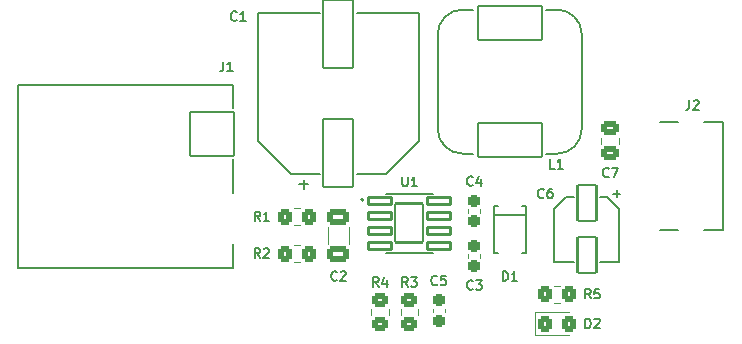
<source format=gbr>
%TF.GenerationSoftware,KiCad,Pcbnew,9.0.4*%
%TF.CreationDate,2025-09-28T14:02:47+03:00*%
%TF.ProjectId,Project_MP2494,50726f6a-6563-4745-9f4d-50323439342e,1.0*%
%TF.SameCoordinates,Original*%
%TF.FileFunction,Legend,Top*%
%TF.FilePolarity,Positive*%
%FSLAX46Y46*%
G04 Gerber Fmt 4.6, Leading zero omitted, Abs format (unit mm)*
G04 Created by KiCad (PCBNEW 9.0.4) date 2025-09-28 14:02:47*
%MOMM*%
%LPD*%
G01*
G04 APERTURE LIST*
G04 Aperture macros list*
%AMRoundRect*
0 Rectangle with rounded corners*
0 $1 Rounding radius*
0 $2 $3 $4 $5 $6 $7 $8 $9 X,Y pos of 4 corners*
0 Add a 4 corners polygon primitive as box body*
4,1,4,$2,$3,$4,$5,$6,$7,$8,$9,$2,$3,0*
0 Add four circle primitives for the rounded corners*
1,1,$1+$1,$2,$3*
1,1,$1+$1,$4,$5*
1,1,$1+$1,$6,$7*
1,1,$1+$1,$8,$9*
0 Add four rect primitives between the rounded corners*
20,1,$1+$1,$2,$3,$4,$5,0*
20,1,$1+$1,$4,$5,$6,$7,0*
20,1,$1+$1,$6,$7,$8,$9,0*
20,1,$1+$1,$8,$9,$2,$3,0*%
G04 Aperture macros list end*
%ADD10C,0.200000*%
%ADD11C,0.150000*%
%ADD12C,0.120000*%
%ADD13C,0.127000*%
%ADD14C,0.152400*%
%ADD15C,0.154000*%
%ADD16RoundRect,0.250000X-0.325000X-0.450000X0.325000X-0.450000X0.325000X0.450000X-0.325000X0.450000X0*%
%ADD17RoundRect,0.102000X0.800000X-1.500000X0.800000X1.500000X-0.800000X1.500000X-0.800000X-1.500000X0*%
%ADD18RoundRect,0.250000X-0.350000X-0.450000X0.350000X-0.450000X0.350000X0.450000X-0.350000X0.450000X0*%
%ADD19RoundRect,0.250000X0.475000X-0.337500X0.475000X0.337500X-0.475000X0.337500X-0.475000X-0.337500X0*%
%ADD20RoundRect,0.250000X0.350000X0.450000X-0.350000X0.450000X-0.350000X-0.450000X0.350000X-0.450000X0*%
%ADD21O,2.604000X1.404000*%
%ADD22RoundRect,0.102000X1.858000X-1.858000X1.858000X1.858000X-1.858000X1.858000X-1.858000X-1.858000X0*%
%ADD23C,3.920000*%
%ADD24RoundRect,0.237500X0.237500X-0.300000X0.237500X0.300000X-0.237500X0.300000X-0.237500X-0.300000X0*%
%ADD25RoundRect,0.250000X-0.450000X0.350000X-0.450000X-0.350000X0.450000X-0.350000X0.450000X0.350000X0*%
%ADD26RoundRect,0.102000X-1.250000X2.900000X-1.250000X-2.900000X1.250000X-2.900000X1.250000X2.900000X0*%
%ADD27RoundRect,0.250000X-0.650000X0.412500X-0.650000X-0.412500X0.650000X-0.412500X0.650000X0.412500X0*%
%ADD28O,1.701800X1.092200*%
%ADD29R,1.193800X0.711200*%
%ADD30R,1.193800X0.762000*%
%ADD31R,1.193800X0.812800*%
%ADD32RoundRect,0.100500X-0.986500X-0.301500X0.986500X-0.301500X0.986500X0.301500X-0.986500X0.301500X0*%
%ADD33RoundRect,0.102000X-1.205000X-1.650000X1.205000X-1.650000X1.205000X1.650000X-1.205000X1.650000X0*%
%ADD34RoundRect,0.250000X0.450000X-0.350000X0.450000X0.350000X-0.450000X0.350000X-0.450000X-0.350000X0*%
%ADD35RoundRect,0.102000X-2.700000X-1.450000X2.700000X-1.450000X2.700000X1.450000X-2.700000X1.450000X0*%
%ADD36R,1.600000X1.200000*%
G04 APERTURE END LIST*
D10*
X153909524Y-122859695D02*
X153909524Y-122059695D01*
X153909524Y-122059695D02*
X154100000Y-122059695D01*
X154100000Y-122059695D02*
X154214286Y-122097790D01*
X154214286Y-122097790D02*
X154290476Y-122173980D01*
X154290476Y-122173980D02*
X154328571Y-122250171D01*
X154328571Y-122250171D02*
X154366667Y-122402552D01*
X154366667Y-122402552D02*
X154366667Y-122516838D01*
X154366667Y-122516838D02*
X154328571Y-122669219D01*
X154328571Y-122669219D02*
X154290476Y-122745409D01*
X154290476Y-122745409D02*
X154214286Y-122821600D01*
X154214286Y-122821600D02*
X154100000Y-122859695D01*
X154100000Y-122859695D02*
X153909524Y-122859695D01*
X154671428Y-122135885D02*
X154709524Y-122097790D01*
X154709524Y-122097790D02*
X154785714Y-122059695D01*
X154785714Y-122059695D02*
X154976190Y-122059695D01*
X154976190Y-122059695D02*
X155052381Y-122097790D01*
X155052381Y-122097790D02*
X155090476Y-122135885D01*
X155090476Y-122135885D02*
X155128571Y-122212076D01*
X155128571Y-122212076D02*
X155128571Y-122288266D01*
X155128571Y-122288266D02*
X155090476Y-122402552D01*
X155090476Y-122402552D02*
X154633333Y-122859695D01*
X154633333Y-122859695D02*
X155128571Y-122859695D01*
X150366667Y-111783504D02*
X150328571Y-111821600D01*
X150328571Y-111821600D02*
X150214286Y-111859695D01*
X150214286Y-111859695D02*
X150138095Y-111859695D01*
X150138095Y-111859695D02*
X150023809Y-111821600D01*
X150023809Y-111821600D02*
X149947619Y-111745409D01*
X149947619Y-111745409D02*
X149909524Y-111669219D01*
X149909524Y-111669219D02*
X149871428Y-111516838D01*
X149871428Y-111516838D02*
X149871428Y-111402552D01*
X149871428Y-111402552D02*
X149909524Y-111250171D01*
X149909524Y-111250171D02*
X149947619Y-111173980D01*
X149947619Y-111173980D02*
X150023809Y-111097790D01*
X150023809Y-111097790D02*
X150138095Y-111059695D01*
X150138095Y-111059695D02*
X150214286Y-111059695D01*
X150214286Y-111059695D02*
X150328571Y-111097790D01*
X150328571Y-111097790D02*
X150366667Y-111135885D01*
X151052381Y-111059695D02*
X150900000Y-111059695D01*
X150900000Y-111059695D02*
X150823809Y-111097790D01*
X150823809Y-111097790D02*
X150785714Y-111135885D01*
X150785714Y-111135885D02*
X150709524Y-111250171D01*
X150709524Y-111250171D02*
X150671428Y-111402552D01*
X150671428Y-111402552D02*
X150671428Y-111707314D01*
X150671428Y-111707314D02*
X150709524Y-111783504D01*
X150709524Y-111783504D02*
X150747619Y-111821600D01*
X150747619Y-111821600D02*
X150823809Y-111859695D01*
X150823809Y-111859695D02*
X150976190Y-111859695D01*
X150976190Y-111859695D02*
X151052381Y-111821600D01*
X151052381Y-111821600D02*
X151090476Y-111783504D01*
X151090476Y-111783504D02*
X151128571Y-111707314D01*
X151128571Y-111707314D02*
X151128571Y-111516838D01*
X151128571Y-111516838D02*
X151090476Y-111440647D01*
X151090476Y-111440647D02*
X151052381Y-111402552D01*
X151052381Y-111402552D02*
X150976190Y-111364457D01*
X150976190Y-111364457D02*
X150823809Y-111364457D01*
X150823809Y-111364457D02*
X150747619Y-111402552D01*
X150747619Y-111402552D02*
X150709524Y-111440647D01*
X150709524Y-111440647D02*
X150671428Y-111516838D01*
D11*
X156557533Y-111804761D02*
X156557533Y-111195238D01*
X156862295Y-111499999D02*
X156252771Y-111499999D01*
D10*
X126366667Y-116922195D02*
X126100000Y-116541242D01*
X125909524Y-116922195D02*
X125909524Y-116122195D01*
X125909524Y-116122195D02*
X126214286Y-116122195D01*
X126214286Y-116122195D02*
X126290476Y-116160290D01*
X126290476Y-116160290D02*
X126328571Y-116198385D01*
X126328571Y-116198385D02*
X126366667Y-116274576D01*
X126366667Y-116274576D02*
X126366667Y-116388861D01*
X126366667Y-116388861D02*
X126328571Y-116465052D01*
X126328571Y-116465052D02*
X126290476Y-116503147D01*
X126290476Y-116503147D02*
X126214286Y-116541242D01*
X126214286Y-116541242D02*
X125909524Y-116541242D01*
X126671428Y-116198385D02*
X126709524Y-116160290D01*
X126709524Y-116160290D02*
X126785714Y-116122195D01*
X126785714Y-116122195D02*
X126976190Y-116122195D01*
X126976190Y-116122195D02*
X127052381Y-116160290D01*
X127052381Y-116160290D02*
X127090476Y-116198385D01*
X127090476Y-116198385D02*
X127128571Y-116274576D01*
X127128571Y-116274576D02*
X127128571Y-116350766D01*
X127128571Y-116350766D02*
X127090476Y-116465052D01*
X127090476Y-116465052D02*
X126633333Y-116922195D01*
X126633333Y-116922195D02*
X127128571Y-116922195D01*
X155866667Y-110033504D02*
X155828571Y-110071600D01*
X155828571Y-110071600D02*
X155714286Y-110109695D01*
X155714286Y-110109695D02*
X155638095Y-110109695D01*
X155638095Y-110109695D02*
X155523809Y-110071600D01*
X155523809Y-110071600D02*
X155447619Y-109995409D01*
X155447619Y-109995409D02*
X155409524Y-109919219D01*
X155409524Y-109919219D02*
X155371428Y-109766838D01*
X155371428Y-109766838D02*
X155371428Y-109652552D01*
X155371428Y-109652552D02*
X155409524Y-109500171D01*
X155409524Y-109500171D02*
X155447619Y-109423980D01*
X155447619Y-109423980D02*
X155523809Y-109347790D01*
X155523809Y-109347790D02*
X155638095Y-109309695D01*
X155638095Y-109309695D02*
X155714286Y-109309695D01*
X155714286Y-109309695D02*
X155828571Y-109347790D01*
X155828571Y-109347790D02*
X155866667Y-109385885D01*
X156133333Y-109309695D02*
X156666667Y-109309695D01*
X156666667Y-109309695D02*
X156323809Y-110109695D01*
X126366667Y-113797195D02*
X126100000Y-113416242D01*
X125909524Y-113797195D02*
X125909524Y-112997195D01*
X125909524Y-112997195D02*
X126214286Y-112997195D01*
X126214286Y-112997195D02*
X126290476Y-113035290D01*
X126290476Y-113035290D02*
X126328571Y-113073385D01*
X126328571Y-113073385D02*
X126366667Y-113149576D01*
X126366667Y-113149576D02*
X126366667Y-113263861D01*
X126366667Y-113263861D02*
X126328571Y-113340052D01*
X126328571Y-113340052D02*
X126290476Y-113378147D01*
X126290476Y-113378147D02*
X126214286Y-113416242D01*
X126214286Y-113416242D02*
X125909524Y-113416242D01*
X127128571Y-113797195D02*
X126671428Y-113797195D01*
X126900000Y-113797195D02*
X126900000Y-112997195D01*
X126900000Y-112997195D02*
X126823809Y-113111480D01*
X126823809Y-113111480D02*
X126747619Y-113187671D01*
X126747619Y-113187671D02*
X126671428Y-113225766D01*
X123233333Y-100309695D02*
X123233333Y-100881123D01*
X123233333Y-100881123D02*
X123195238Y-100995409D01*
X123195238Y-100995409D02*
X123119047Y-101071600D01*
X123119047Y-101071600D02*
X123004762Y-101109695D01*
X123004762Y-101109695D02*
X122928571Y-101109695D01*
X124033333Y-101109695D02*
X123576190Y-101109695D01*
X123804762Y-101109695D02*
X123804762Y-100309695D01*
X123804762Y-100309695D02*
X123728571Y-100423980D01*
X123728571Y-100423980D02*
X123652381Y-100500171D01*
X123652381Y-100500171D02*
X123576190Y-100538266D01*
X144366667Y-110741004D02*
X144328571Y-110779100D01*
X144328571Y-110779100D02*
X144214286Y-110817195D01*
X144214286Y-110817195D02*
X144138095Y-110817195D01*
X144138095Y-110817195D02*
X144023809Y-110779100D01*
X144023809Y-110779100D02*
X143947619Y-110702909D01*
X143947619Y-110702909D02*
X143909524Y-110626719D01*
X143909524Y-110626719D02*
X143871428Y-110474338D01*
X143871428Y-110474338D02*
X143871428Y-110360052D01*
X143871428Y-110360052D02*
X143909524Y-110207671D01*
X143909524Y-110207671D02*
X143947619Y-110131480D01*
X143947619Y-110131480D02*
X144023809Y-110055290D01*
X144023809Y-110055290D02*
X144138095Y-110017195D01*
X144138095Y-110017195D02*
X144214286Y-110017195D01*
X144214286Y-110017195D02*
X144328571Y-110055290D01*
X144328571Y-110055290D02*
X144366667Y-110093385D01*
X145052381Y-110283861D02*
X145052381Y-110817195D01*
X144861905Y-109979100D02*
X144671428Y-110550528D01*
X144671428Y-110550528D02*
X145166667Y-110550528D01*
X154366667Y-120359695D02*
X154100000Y-119978742D01*
X153909524Y-120359695D02*
X153909524Y-119559695D01*
X153909524Y-119559695D02*
X154214286Y-119559695D01*
X154214286Y-119559695D02*
X154290476Y-119597790D01*
X154290476Y-119597790D02*
X154328571Y-119635885D01*
X154328571Y-119635885D02*
X154366667Y-119712076D01*
X154366667Y-119712076D02*
X154366667Y-119826361D01*
X154366667Y-119826361D02*
X154328571Y-119902552D01*
X154328571Y-119902552D02*
X154290476Y-119940647D01*
X154290476Y-119940647D02*
X154214286Y-119978742D01*
X154214286Y-119978742D02*
X153909524Y-119978742D01*
X155090476Y-119559695D02*
X154709524Y-119559695D01*
X154709524Y-119559695D02*
X154671428Y-119940647D01*
X154671428Y-119940647D02*
X154709524Y-119902552D01*
X154709524Y-119902552D02*
X154785714Y-119864457D01*
X154785714Y-119864457D02*
X154976190Y-119864457D01*
X154976190Y-119864457D02*
X155052381Y-119902552D01*
X155052381Y-119902552D02*
X155090476Y-119940647D01*
X155090476Y-119940647D02*
X155128571Y-120016838D01*
X155128571Y-120016838D02*
X155128571Y-120207314D01*
X155128571Y-120207314D02*
X155090476Y-120283504D01*
X155090476Y-120283504D02*
X155052381Y-120321600D01*
X155052381Y-120321600D02*
X154976190Y-120359695D01*
X154976190Y-120359695D02*
X154785714Y-120359695D01*
X154785714Y-120359695D02*
X154709524Y-120321600D01*
X154709524Y-120321600D02*
X154671428Y-120283504D01*
X136391667Y-119359695D02*
X136125000Y-118978742D01*
X135934524Y-119359695D02*
X135934524Y-118559695D01*
X135934524Y-118559695D02*
X136239286Y-118559695D01*
X136239286Y-118559695D02*
X136315476Y-118597790D01*
X136315476Y-118597790D02*
X136353571Y-118635885D01*
X136353571Y-118635885D02*
X136391667Y-118712076D01*
X136391667Y-118712076D02*
X136391667Y-118826361D01*
X136391667Y-118826361D02*
X136353571Y-118902552D01*
X136353571Y-118902552D02*
X136315476Y-118940647D01*
X136315476Y-118940647D02*
X136239286Y-118978742D01*
X136239286Y-118978742D02*
X135934524Y-118978742D01*
X137077381Y-118826361D02*
X137077381Y-119359695D01*
X136886905Y-118521600D02*
X136696428Y-119093028D01*
X136696428Y-119093028D02*
X137191667Y-119093028D01*
X124366667Y-96783504D02*
X124328571Y-96821600D01*
X124328571Y-96821600D02*
X124214286Y-96859695D01*
X124214286Y-96859695D02*
X124138095Y-96859695D01*
X124138095Y-96859695D02*
X124023809Y-96821600D01*
X124023809Y-96821600D02*
X123947619Y-96745409D01*
X123947619Y-96745409D02*
X123909524Y-96669219D01*
X123909524Y-96669219D02*
X123871428Y-96516838D01*
X123871428Y-96516838D02*
X123871428Y-96402552D01*
X123871428Y-96402552D02*
X123909524Y-96250171D01*
X123909524Y-96250171D02*
X123947619Y-96173980D01*
X123947619Y-96173980D02*
X124023809Y-96097790D01*
X124023809Y-96097790D02*
X124138095Y-96059695D01*
X124138095Y-96059695D02*
X124214286Y-96059695D01*
X124214286Y-96059695D02*
X124328571Y-96097790D01*
X124328571Y-96097790D02*
X124366667Y-96135885D01*
X125128571Y-96859695D02*
X124671428Y-96859695D01*
X124900000Y-96859695D02*
X124900000Y-96059695D01*
X124900000Y-96059695D02*
X124823809Y-96173980D01*
X124823809Y-96173980D02*
X124747619Y-96250171D01*
X124747619Y-96250171D02*
X124671428Y-96288266D01*
D11*
X130073866Y-111080951D02*
X130073866Y-110319047D01*
X130454819Y-110699999D02*
X129692914Y-110699999D01*
D10*
X141366667Y-119146004D02*
X141328571Y-119184100D01*
X141328571Y-119184100D02*
X141214286Y-119222195D01*
X141214286Y-119222195D02*
X141138095Y-119222195D01*
X141138095Y-119222195D02*
X141023809Y-119184100D01*
X141023809Y-119184100D02*
X140947619Y-119107909D01*
X140947619Y-119107909D02*
X140909524Y-119031719D01*
X140909524Y-119031719D02*
X140871428Y-118879338D01*
X140871428Y-118879338D02*
X140871428Y-118765052D01*
X140871428Y-118765052D02*
X140909524Y-118612671D01*
X140909524Y-118612671D02*
X140947619Y-118536480D01*
X140947619Y-118536480D02*
X141023809Y-118460290D01*
X141023809Y-118460290D02*
X141138095Y-118422195D01*
X141138095Y-118422195D02*
X141214286Y-118422195D01*
X141214286Y-118422195D02*
X141328571Y-118460290D01*
X141328571Y-118460290D02*
X141366667Y-118498385D01*
X142090476Y-118422195D02*
X141709524Y-118422195D01*
X141709524Y-118422195D02*
X141671428Y-118803147D01*
X141671428Y-118803147D02*
X141709524Y-118765052D01*
X141709524Y-118765052D02*
X141785714Y-118726957D01*
X141785714Y-118726957D02*
X141976190Y-118726957D01*
X141976190Y-118726957D02*
X142052381Y-118765052D01*
X142052381Y-118765052D02*
X142090476Y-118803147D01*
X142090476Y-118803147D02*
X142128571Y-118879338D01*
X142128571Y-118879338D02*
X142128571Y-119069814D01*
X142128571Y-119069814D02*
X142090476Y-119146004D01*
X142090476Y-119146004D02*
X142052381Y-119184100D01*
X142052381Y-119184100D02*
X141976190Y-119222195D01*
X141976190Y-119222195D02*
X141785714Y-119222195D01*
X141785714Y-119222195D02*
X141709524Y-119184100D01*
X141709524Y-119184100D02*
X141671428Y-119146004D01*
X132866667Y-118783504D02*
X132828571Y-118821600D01*
X132828571Y-118821600D02*
X132714286Y-118859695D01*
X132714286Y-118859695D02*
X132638095Y-118859695D01*
X132638095Y-118859695D02*
X132523809Y-118821600D01*
X132523809Y-118821600D02*
X132447619Y-118745409D01*
X132447619Y-118745409D02*
X132409524Y-118669219D01*
X132409524Y-118669219D02*
X132371428Y-118516838D01*
X132371428Y-118516838D02*
X132371428Y-118402552D01*
X132371428Y-118402552D02*
X132409524Y-118250171D01*
X132409524Y-118250171D02*
X132447619Y-118173980D01*
X132447619Y-118173980D02*
X132523809Y-118097790D01*
X132523809Y-118097790D02*
X132638095Y-118059695D01*
X132638095Y-118059695D02*
X132714286Y-118059695D01*
X132714286Y-118059695D02*
X132828571Y-118097790D01*
X132828571Y-118097790D02*
X132866667Y-118135885D01*
X133171428Y-118135885D02*
X133209524Y-118097790D01*
X133209524Y-118097790D02*
X133285714Y-118059695D01*
X133285714Y-118059695D02*
X133476190Y-118059695D01*
X133476190Y-118059695D02*
X133552381Y-118097790D01*
X133552381Y-118097790D02*
X133590476Y-118135885D01*
X133590476Y-118135885D02*
X133628571Y-118212076D01*
X133628571Y-118212076D02*
X133628571Y-118288266D01*
X133628571Y-118288266D02*
X133590476Y-118402552D01*
X133590476Y-118402552D02*
X133133333Y-118859695D01*
X133133333Y-118859695D02*
X133628571Y-118859695D01*
X162715566Y-103577462D02*
X162715566Y-104148890D01*
X162715566Y-104148890D02*
X162677471Y-104263176D01*
X162677471Y-104263176D02*
X162601280Y-104339367D01*
X162601280Y-104339367D02*
X162486995Y-104377462D01*
X162486995Y-104377462D02*
X162410804Y-104377462D01*
X163058423Y-103653652D02*
X163096519Y-103615557D01*
X163096519Y-103615557D02*
X163172709Y-103577462D01*
X163172709Y-103577462D02*
X163363185Y-103577462D01*
X163363185Y-103577462D02*
X163439376Y-103615557D01*
X163439376Y-103615557D02*
X163477471Y-103653652D01*
X163477471Y-103653652D02*
X163515566Y-103729843D01*
X163515566Y-103729843D02*
X163515566Y-103806033D01*
X163515566Y-103806033D02*
X163477471Y-103920319D01*
X163477471Y-103920319D02*
X163020328Y-104377462D01*
X163020328Y-104377462D02*
X163515566Y-104377462D01*
X138390476Y-110059695D02*
X138390476Y-110707314D01*
X138390476Y-110707314D02*
X138428571Y-110783504D01*
X138428571Y-110783504D02*
X138466666Y-110821600D01*
X138466666Y-110821600D02*
X138542857Y-110859695D01*
X138542857Y-110859695D02*
X138695238Y-110859695D01*
X138695238Y-110859695D02*
X138771428Y-110821600D01*
X138771428Y-110821600D02*
X138809523Y-110783504D01*
X138809523Y-110783504D02*
X138847619Y-110707314D01*
X138847619Y-110707314D02*
X138847619Y-110059695D01*
X139647618Y-110859695D02*
X139190475Y-110859695D01*
X139419047Y-110859695D02*
X139419047Y-110059695D01*
X139419047Y-110059695D02*
X139342856Y-110173980D01*
X139342856Y-110173980D02*
X139266666Y-110250171D01*
X139266666Y-110250171D02*
X139190475Y-110288266D01*
X144366667Y-119533504D02*
X144328571Y-119571600D01*
X144328571Y-119571600D02*
X144214286Y-119609695D01*
X144214286Y-119609695D02*
X144138095Y-119609695D01*
X144138095Y-119609695D02*
X144023809Y-119571600D01*
X144023809Y-119571600D02*
X143947619Y-119495409D01*
X143947619Y-119495409D02*
X143909524Y-119419219D01*
X143909524Y-119419219D02*
X143871428Y-119266838D01*
X143871428Y-119266838D02*
X143871428Y-119152552D01*
X143871428Y-119152552D02*
X143909524Y-119000171D01*
X143909524Y-119000171D02*
X143947619Y-118923980D01*
X143947619Y-118923980D02*
X144023809Y-118847790D01*
X144023809Y-118847790D02*
X144138095Y-118809695D01*
X144138095Y-118809695D02*
X144214286Y-118809695D01*
X144214286Y-118809695D02*
X144328571Y-118847790D01*
X144328571Y-118847790D02*
X144366667Y-118885885D01*
X144633333Y-118809695D02*
X145128571Y-118809695D01*
X145128571Y-118809695D02*
X144861905Y-119114457D01*
X144861905Y-119114457D02*
X144976190Y-119114457D01*
X144976190Y-119114457D02*
X145052381Y-119152552D01*
X145052381Y-119152552D02*
X145090476Y-119190647D01*
X145090476Y-119190647D02*
X145128571Y-119266838D01*
X145128571Y-119266838D02*
X145128571Y-119457314D01*
X145128571Y-119457314D02*
X145090476Y-119533504D01*
X145090476Y-119533504D02*
X145052381Y-119571600D01*
X145052381Y-119571600D02*
X144976190Y-119609695D01*
X144976190Y-119609695D02*
X144747619Y-119609695D01*
X144747619Y-119609695D02*
X144671428Y-119571600D01*
X144671428Y-119571600D02*
X144633333Y-119533504D01*
X138866667Y-119359695D02*
X138600000Y-118978742D01*
X138409524Y-119359695D02*
X138409524Y-118559695D01*
X138409524Y-118559695D02*
X138714286Y-118559695D01*
X138714286Y-118559695D02*
X138790476Y-118597790D01*
X138790476Y-118597790D02*
X138828571Y-118635885D01*
X138828571Y-118635885D02*
X138866667Y-118712076D01*
X138866667Y-118712076D02*
X138866667Y-118826361D01*
X138866667Y-118826361D02*
X138828571Y-118902552D01*
X138828571Y-118902552D02*
X138790476Y-118940647D01*
X138790476Y-118940647D02*
X138714286Y-118978742D01*
X138714286Y-118978742D02*
X138409524Y-118978742D01*
X139133333Y-118559695D02*
X139628571Y-118559695D01*
X139628571Y-118559695D02*
X139361905Y-118864457D01*
X139361905Y-118864457D02*
X139476190Y-118864457D01*
X139476190Y-118864457D02*
X139552381Y-118902552D01*
X139552381Y-118902552D02*
X139590476Y-118940647D01*
X139590476Y-118940647D02*
X139628571Y-119016838D01*
X139628571Y-119016838D02*
X139628571Y-119207314D01*
X139628571Y-119207314D02*
X139590476Y-119283504D01*
X139590476Y-119283504D02*
X139552381Y-119321600D01*
X139552381Y-119321600D02*
X139476190Y-119359695D01*
X139476190Y-119359695D02*
X139247619Y-119359695D01*
X139247619Y-119359695D02*
X139171428Y-119321600D01*
X139171428Y-119321600D02*
X139133333Y-119283504D01*
X151316666Y-109359695D02*
X150935714Y-109359695D01*
X150935714Y-109359695D02*
X150935714Y-108559695D01*
X152002380Y-109359695D02*
X151545237Y-109359695D01*
X151773809Y-109359695D02*
X151773809Y-108559695D01*
X151773809Y-108559695D02*
X151697618Y-108673980D01*
X151697618Y-108673980D02*
X151621428Y-108750171D01*
X151621428Y-108750171D02*
X151545237Y-108788266D01*
X146909524Y-118859695D02*
X146909524Y-118059695D01*
X146909524Y-118059695D02*
X147100000Y-118059695D01*
X147100000Y-118059695D02*
X147214286Y-118097790D01*
X147214286Y-118097790D02*
X147290476Y-118173980D01*
X147290476Y-118173980D02*
X147328571Y-118250171D01*
X147328571Y-118250171D02*
X147366667Y-118402552D01*
X147366667Y-118402552D02*
X147366667Y-118516838D01*
X147366667Y-118516838D02*
X147328571Y-118669219D01*
X147328571Y-118669219D02*
X147290476Y-118745409D01*
X147290476Y-118745409D02*
X147214286Y-118821600D01*
X147214286Y-118821600D02*
X147100000Y-118859695D01*
X147100000Y-118859695D02*
X146909524Y-118859695D01*
X148128571Y-118859695D02*
X147671428Y-118859695D01*
X147900000Y-118859695D02*
X147900000Y-118059695D01*
X147900000Y-118059695D02*
X147823809Y-118173980D01*
X147823809Y-118173980D02*
X147747619Y-118250171D01*
X147747619Y-118250171D02*
X147671428Y-118288266D01*
D12*
%TO.C,D2*%
X149615000Y-121540000D02*
X149615000Y-123460000D01*
X149615000Y-123460000D02*
X152475000Y-123460000D01*
X152475000Y-121540000D02*
X149615000Y-121540000D01*
D10*
%TO.C,C6*%
X151250000Y-112800000D02*
X152300000Y-111750000D01*
X151250000Y-117250000D02*
X151250000Y-112800000D01*
X151250000Y-117250000D02*
X152900000Y-117250000D01*
X152300000Y-111750000D02*
X152900000Y-111750000D01*
X155700000Y-111750000D02*
X155100000Y-111750000D01*
X156750000Y-112800000D02*
X155700000Y-111750000D01*
X156750000Y-117250000D02*
X155100000Y-117250000D01*
X156750000Y-117250000D02*
X156750000Y-112800000D01*
D12*
%TO.C,R2*%
X129272936Y-115827500D02*
X129727064Y-115827500D01*
X129272936Y-117297500D02*
X129727064Y-117297500D01*
%TO.C,C7*%
X155265000Y-107261252D02*
X155265000Y-106738748D01*
X156735000Y-107261252D02*
X156735000Y-106738748D01*
%TO.C,R1*%
X129727064Y-112702500D02*
X129272936Y-112702500D01*
X129727064Y-114172500D02*
X129272936Y-114172500D01*
D13*
%TO.C,J1*%
X105900000Y-102250000D02*
X105900000Y-117750000D01*
X105900000Y-117750000D02*
X124100000Y-117750000D01*
X124100000Y-102250000D02*
X105900000Y-102250000D01*
X124100000Y-102250000D02*
X124100000Y-104222000D01*
X124100000Y-111422000D02*
X124100000Y-108578000D01*
X124100000Y-117750000D02*
X124100000Y-115778000D01*
D12*
%TO.C,C4*%
X143990000Y-113103767D02*
X143990000Y-112811233D01*
X145010000Y-113103767D02*
X145010000Y-112811233D01*
%TO.C,R5*%
X151272936Y-119265000D02*
X151727064Y-119265000D01*
X151272936Y-120735000D02*
X151727064Y-120735000D01*
%TO.C,R4*%
X135790000Y-121272936D02*
X135790000Y-121727064D01*
X137260000Y-121272936D02*
X137260000Y-121727064D01*
D10*
%TO.C,C1*%
X126150000Y-96150000D02*
X126150000Y-107050000D01*
X126150000Y-96150000D02*
X131450000Y-96150000D01*
X126150000Y-107050000D02*
X128950000Y-109850000D01*
X128950000Y-109850000D02*
X131450000Y-109850000D01*
X137050000Y-109850000D02*
X134550000Y-109850000D01*
X139850000Y-96150000D02*
X134550000Y-96150000D01*
X139850000Y-96150000D02*
X139850000Y-107050000D01*
X139850000Y-107050000D02*
X137050000Y-109850000D01*
D12*
%TO.C,C5*%
X140990000Y-121508767D02*
X140990000Y-121216233D01*
X142010000Y-121508767D02*
X142010000Y-121216233D01*
%TO.C,C2*%
X132090000Y-114288748D02*
X132090000Y-115711252D01*
X133910000Y-114288748D02*
X133910000Y-115711252D01*
D14*
%TO.C,J2*%
X160184312Y-114597400D02*
X161706887Y-114597400D01*
X161706887Y-105402600D02*
X160184312Y-105402600D01*
X163984311Y-114597400D02*
X165581400Y-114597400D01*
X165581400Y-105402600D02*
X163984311Y-105402600D01*
X165581400Y-114597400D02*
X165581400Y-105402600D01*
D13*
%TO.C,U1*%
X137000000Y-111475000D02*
X141000000Y-111475000D01*
X137000000Y-116525000D02*
X141000000Y-116525000D01*
D10*
X135100000Y-112000000D02*
G75*
G02*
X134900000Y-112000000I-100000J0D01*
G01*
X134900000Y-112000000D02*
G75*
G02*
X135100000Y-112000000I100000J0D01*
G01*
D12*
%TO.C,C3*%
X143990000Y-116913767D02*
X143990000Y-116621233D01*
X145010000Y-116913767D02*
X145010000Y-116621233D01*
%TO.C,R3*%
X138265000Y-121727064D02*
X138265000Y-121272936D01*
X139735000Y-121727064D02*
X139735000Y-121272936D01*
D10*
%TO.C,L1*%
X141400000Y-106000000D02*
X141400000Y-98000000D01*
X143500000Y-95900000D02*
X144400000Y-95900000D01*
X144400000Y-108100000D02*
X143500000Y-108100000D01*
X150600000Y-108100000D02*
X151500000Y-108100000D01*
X151500000Y-95900000D02*
X150600000Y-95900000D01*
X153600000Y-106000000D02*
X153600000Y-98000000D01*
X141400000Y-98000000D02*
G75*
G02*
X143500000Y-95900000I2100001J-1D01*
G01*
X141400000Y-98000000D02*
G75*
G02*
X143500000Y-95900000I2100001J-1D01*
G01*
X143500000Y-108100000D02*
G75*
G02*
X141400000Y-106000000I1J2100001D01*
G01*
X151500000Y-95900000D02*
G75*
G02*
X153600000Y-98000000I0J-2100000D01*
G01*
X153600000Y-106000000D02*
G75*
G02*
X151500000Y-108100000I-2100000J0D01*
G01*
D14*
%TO.C,D1*%
X146128400Y-112518800D02*
X146128400Y-116481200D01*
X146500000Y-112518800D02*
X146128400Y-112518800D01*
X146500000Y-116500000D02*
X146128400Y-116500000D01*
X148871600Y-112518800D02*
X148500000Y-112518800D01*
D15*
X148871600Y-113250000D02*
X146128400Y-113250000D01*
D14*
X148871600Y-116481200D02*
X148871600Y-112518800D01*
X148871600Y-116500000D02*
X148500000Y-116500000D01*
%TD*%
%LPC*%
D16*
%TO.C,D2*%
X150450000Y-122500000D03*
X152500000Y-122500000D03*
%TD*%
D17*
%TO.C,C6*%
X154000000Y-112300000D03*
X154000000Y-116700000D03*
%TD*%
D18*
%TO.C,R2*%
X128500000Y-116562500D03*
X130500000Y-116562500D03*
%TD*%
D19*
%TO.C,C7*%
X156000000Y-108037500D03*
X156000000Y-105962500D03*
%TD*%
D20*
%TO.C,R1*%
X130500000Y-113437500D03*
X128500000Y-113437500D03*
%TD*%
D21*
%TO.C,J1*%
X116250000Y-116750000D03*
X116250000Y-103250000D03*
D22*
X122250000Y-106400000D03*
D23*
X122250000Y-113600000D03*
%TD*%
D24*
%TO.C,C4*%
X144500000Y-113820000D03*
X144500000Y-112095000D03*
%TD*%
D18*
%TO.C,R5*%
X150500000Y-120000000D03*
X152500000Y-120000000D03*
%TD*%
D25*
%TO.C,R4*%
X136525000Y-120500000D03*
X136525000Y-122500000D03*
%TD*%
D26*
%TO.C,C1*%
X133000000Y-108050000D03*
X133000000Y-97950000D03*
%TD*%
D24*
%TO.C,C5*%
X141500000Y-122225000D03*
X141500000Y-120500000D03*
%TD*%
D27*
%TO.C,C2*%
X133000000Y-113437500D03*
X133000000Y-116562500D03*
%TD*%
D28*
%TO.C,J2*%
X159045600Y-114320000D03*
X162845599Y-114320000D03*
X159045600Y-105680000D03*
X162845599Y-105680000D03*
D29*
X158965599Y-110499999D03*
D30*
X158965599Y-108480000D03*
D31*
X158965599Y-107250000D03*
D29*
X158965599Y-109500001D03*
D30*
X158965716Y-111519936D03*
D31*
X158965716Y-112749936D03*
%TD*%
D32*
%TO.C,U1*%
X136525000Y-112095000D03*
X136525000Y-113365000D03*
D33*
X139000000Y-114000000D03*
D32*
X136525000Y-114635000D03*
X136525000Y-115905000D03*
X141475000Y-115905000D03*
X141475000Y-114635000D03*
X141475000Y-113365000D03*
X141475000Y-112095000D03*
%TD*%
D24*
%TO.C,C3*%
X144500000Y-117630000D03*
X144500000Y-115905000D03*
%TD*%
D34*
%TO.C,R3*%
X139000000Y-122500000D03*
X139000000Y-120500000D03*
%TD*%
D35*
%TO.C,L1*%
X147500000Y-106950000D03*
X147500000Y-97050000D03*
%TD*%
D36*
%TO.C,D1*%
X147500000Y-112175900D03*
X147500000Y-116824100D03*
%TD*%
%LPD*%
M02*

</source>
